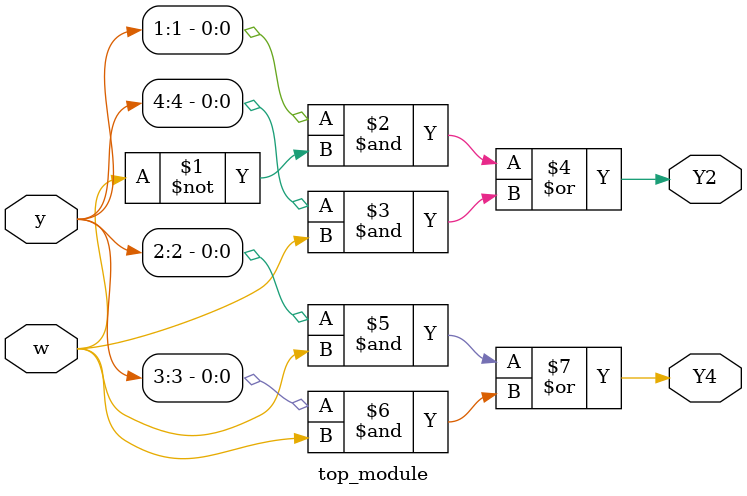
<source format=sv>
module top_module (
    input [6:1] y,
    input w,
    output Y2,
    output Y4
);

    // State assignment using one-hot encoding
    // A: 000001
    // B: 000010
    // C: 000100
    // D: 001000
    // E: 010000
    // F: 100000

    assign Y2 = (y[1] & ~w) |  // From A to B
                (y[4] & w);    // From D to A or D to B

    assign Y4 = (y[2] & w)   |  // From B to D
                (y[3] & w);    // From C to D or From F to D
endmodule

</source>
